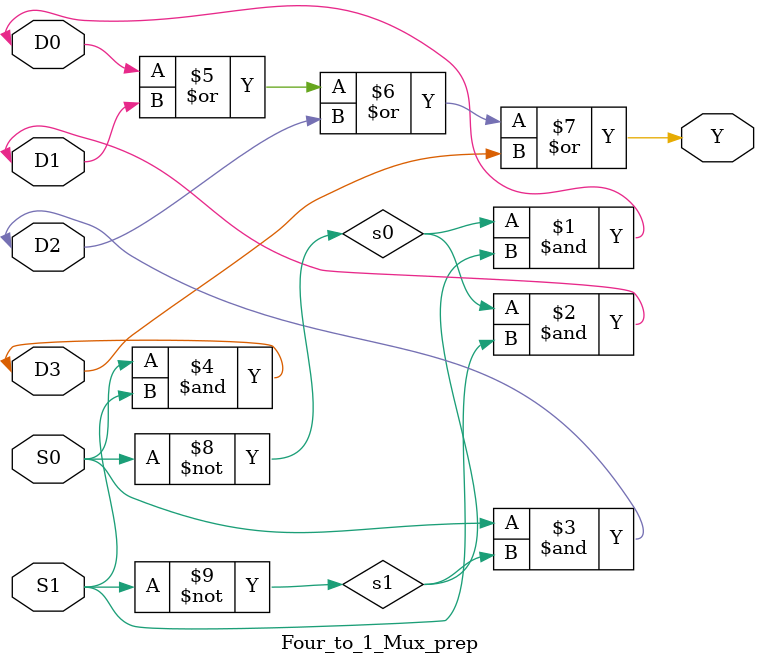
<source format=v>
`timescale 1ns / 1ps


module Four_to_1_Mux_prep(Y, S0, S1, D0, D1, D2, D3 );
input S0, S1, D0, D1, D2, D3;
output Y;
wire s0, s1;

not not1(s0, S0), n0t2(s1,S1);
and and1(D0, s0, s1), and2(D1, s0, S1), and3(D2, S0, s1), and4(D3, S0, S1);
or or1(Y, D0, D1, D2, D3);

endmodule

</source>
